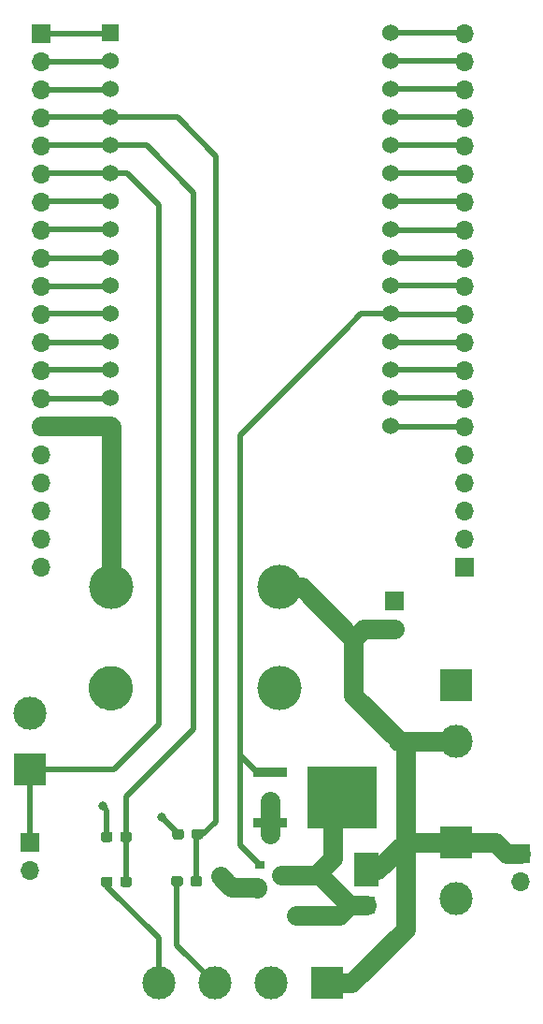
<source format=gbr>
%TF.GenerationSoftware,KiCad,Pcbnew,(5.1.6)-1*%
%TF.CreationDate,2021-01-28T02:18:38-06:00*%
%TF.ProjectId,tool_checkout_cabinet_modules,746f6f6c-5f63-4686-9563-6b6f75745f63,rev?*%
%TF.SameCoordinates,Original*%
%TF.FileFunction,Copper,L1,Top*%
%TF.FilePolarity,Positive*%
%FSLAX46Y46*%
G04 Gerber Fmt 4.6, Leading zero omitted, Abs format (unit mm)*
G04 Created by KiCad (PCBNEW (5.1.6)-1) date 2021-01-28 02:18:38*
%MOMM*%
%LPD*%
G01*
G04 APERTURE LIST*
%TA.AperFunction,ComponentPad*%
%ADD10O,1.700000X1.700000*%
%TD*%
%TA.AperFunction,ComponentPad*%
%ADD11R,1.700000X1.700000*%
%TD*%
%TA.AperFunction,SMDPad,CuDef*%
%ADD12R,6.320000X5.670000*%
%TD*%
%TA.AperFunction,SMDPad,CuDef*%
%ADD13R,3.020000X0.970000*%
%TD*%
%TA.AperFunction,ComponentPad*%
%ADD14C,4.000000*%
%TD*%
%TA.AperFunction,ComponentPad*%
%ADD15C,0.100000*%
%TD*%
%TA.AperFunction,ComponentPad*%
%ADD16C,1.524000*%
%TD*%
%TA.AperFunction,ComponentPad*%
%ADD17R,1.524000X1.524000*%
%TD*%
%TA.AperFunction,SMDPad,CuDef*%
%ADD18R,1.520000X1.500000*%
%TD*%
%TA.AperFunction,SMDPad,CuDef*%
%ADD19R,2.200000X3.100000*%
%TD*%
%TA.AperFunction,ComponentPad*%
%ADD20C,3.000000*%
%TD*%
%TA.AperFunction,ComponentPad*%
%ADD21R,3.000000X3.000000*%
%TD*%
%TA.AperFunction,SMDPad,CuDef*%
%ADD22R,0.900000X0.800000*%
%TD*%
%TA.AperFunction,ViaPad*%
%ADD23C,0.800000*%
%TD*%
%TA.AperFunction,Conductor*%
%ADD24C,1.800000*%
%TD*%
%TA.AperFunction,Conductor*%
%ADD25C,0.250000*%
%TD*%
%TA.AperFunction,Conductor*%
%ADD26C,0.500000*%
%TD*%
G04 APERTURE END LIST*
D10*
%TO.P,J6-ALT,2*%
%TO.N,Net-(D1-Pad2)*%
X212598000Y-132588000D03*
D11*
%TO.P,J6-ALT,1*%
%TO.N,J6-12v*%
X212598000Y-130048000D03*
%TD*%
D10*
%TO.P,J1-ALT,2*%
%TO.N,J6-12v*%
X201168000Y-109728000D03*
D11*
%TO.P,J1-ALT,1*%
%TO.N,GND*%
X201168000Y-107188000D03*
%TD*%
D10*
%TO.P,J5-ALT,2*%
%TO.N,GND*%
X168148000Y-131572000D03*
D11*
%TO.P,J5-ALT,1*%
%TO.N,IO32*%
X168148000Y-129032000D03*
%TD*%
D12*
%TO.P,Q2,4*%
%TO.N,Net-(D1-Pad2)*%
X196496000Y-124968000D03*
D13*
%TO.P,Q2,3*%
%TO.N,GND*%
X189966000Y-127254000D03*
%TO.P,Q2,1*%
%TO.N,IO4*%
X189966000Y-122682000D03*
%TD*%
D14*
%TO.P,A1,2*%
%TO.N,GND*%
X190754000Y-115062000D03*
%TO.P,A1,1*%
%TO.N,J6-12v*%
X190754000Y-105918000D03*
%TA.AperFunction,ComponentPad*%
D15*
%TO.P,A1,4*%
%TO.N,GND*%
G36*
X175220539Y-117040353D02*
G01*
X175028040Y-117002063D01*
X174840220Y-116945088D01*
X174658890Y-116869979D01*
X174485795Y-116777457D01*
X174322601Y-116668415D01*
X174170882Y-116543902D01*
X174032098Y-116405118D01*
X173907585Y-116253399D01*
X173798543Y-116090205D01*
X173706021Y-115917110D01*
X173630912Y-115735780D01*
X173573937Y-115547960D01*
X173535647Y-115355461D01*
X173516409Y-115160135D01*
X173516409Y-114963865D01*
X173535647Y-114768539D01*
X173573937Y-114576040D01*
X173630912Y-114388220D01*
X173706021Y-114206890D01*
X173798543Y-114033795D01*
X173907585Y-113870601D01*
X174032098Y-113718882D01*
X174170882Y-113580098D01*
X174322601Y-113455585D01*
X174485795Y-113346543D01*
X174658890Y-113254021D01*
X174840220Y-113178912D01*
X175028040Y-113121937D01*
X175220539Y-113083647D01*
X175415865Y-113064409D01*
X175612135Y-113064409D01*
X175807461Y-113083647D01*
X175999960Y-113121937D01*
X176187780Y-113178912D01*
X176369110Y-113254021D01*
X176542205Y-113346543D01*
X176705399Y-113455585D01*
X176857118Y-113580098D01*
X176995902Y-113718882D01*
X177120415Y-113870601D01*
X177229457Y-114033795D01*
X177321979Y-114206890D01*
X177397088Y-114388220D01*
X177454063Y-114576040D01*
X177492353Y-114768539D01*
X177511591Y-114963865D01*
X177511591Y-115160135D01*
X177492353Y-115355461D01*
X177454063Y-115547960D01*
X177397088Y-115735780D01*
X177321979Y-115917110D01*
X177229457Y-116090205D01*
X177120415Y-116253399D01*
X176995902Y-116405118D01*
X176857118Y-116543902D01*
X176705399Y-116668415D01*
X176542205Y-116777457D01*
X176369110Y-116869979D01*
X176187780Y-116945088D01*
X175999960Y-117002063D01*
X175807461Y-117040353D01*
X175612135Y-117059591D01*
X175415865Y-117059591D01*
X175220539Y-117040353D01*
G37*
%TD.AperFunction*%
D14*
%TO.P,A1,3*%
%TO.N,+5V*%
X175514000Y-105918000D03*
%TD*%
D16*
%TO.P,U1,30*%
%TO.N,Net-(J4-Pad20)*%
X200898000Y-55810000D03*
%TO.P,U1,29*%
%TO.N,Net-(J4-Pad19)*%
X200898000Y-58350000D03*
%TO.P,U1,28*%
%TO.N,Net-(J4-Pad18)*%
X200898000Y-60890000D03*
%TO.P,U1,27*%
%TO.N,Net-(J4-Pad17)*%
X200898000Y-63430000D03*
%TO.P,U1,26*%
%TO.N,Net-(J4-Pad16)*%
X200898000Y-65970000D03*
%TO.P,U1,25*%
%TO.N,Net-(J4-Pad15)*%
X200898000Y-68510000D03*
%TO.P,U1,24*%
%TO.N,Net-(J4-Pad14)*%
X200898000Y-71050000D03*
%TO.P,U1,23*%
%TO.N,Net-(J4-Pad13)*%
X200898000Y-73590000D03*
%TO.P,U1,22*%
%TO.N,Net-(J4-Pad12)*%
X200898000Y-76130000D03*
%TO.P,U1,21*%
%TO.N,Net-(J4-Pad11)*%
X200898000Y-78670000D03*
%TO.P,U1,20*%
%TO.N,IO4*%
X200898000Y-81210000D03*
%TO.P,U1,19*%
%TO.N,Net-(J4-Pad9)*%
X200898000Y-83750000D03*
%TO.P,U1,18*%
%TO.N,Net-(J4-Pad8)*%
X200898000Y-86290000D03*
%TO.P,U1,17*%
%TO.N,GND*%
X200898000Y-88830000D03*
%TO.P,U1,16*%
%TO.N,Net-(J4-Pad6)*%
X200898000Y-91370000D03*
%TO.P,U1,15*%
%TO.N,+5V*%
X175498000Y-91370000D03*
%TO.P,U1,14*%
%TO.N,GND*%
X175498000Y-88830000D03*
%TO.P,U1,13*%
%TO.N,Net-(J3-Pad13)*%
X175498000Y-86290000D03*
%TO.P,U1,12*%
%TO.N,Net-(J3-Pad12)*%
X175498000Y-83750000D03*
%TO.P,U1,11*%
%TO.N,Net-(J3-Pad11)*%
X175498000Y-81210000D03*
%TO.P,U1,10*%
%TO.N,Net-(J3-Pad10)*%
X175498000Y-78670000D03*
%TO.P,U1,9*%
%TO.N,Net-(J3-Pad9)*%
X175498000Y-76130000D03*
%TO.P,U1,8*%
%TO.N,Net-(J3-Pad8)*%
X175498000Y-73590000D03*
%TO.P,U1,7*%
%TO.N,Net-(J3-Pad7)*%
X175498000Y-71050000D03*
%TO.P,U1,6*%
%TO.N,IO32*%
X175498000Y-68510000D03*
%TO.P,U1,5*%
%TO.N,IO35*%
X175498000Y-65970000D03*
%TO.P,U1,4*%
%TO.N,IO34*%
X175498000Y-63430000D03*
%TO.P,U1,3*%
%TO.N,Net-(J3-Pad3)*%
X175498000Y-60890000D03*
%TO.P,U1,2*%
%TO.N,Net-(J3-Pad2)*%
X175498000Y-58350000D03*
D17*
%TO.P,U1,1*%
%TO.N,Net-(J3-Pad1)*%
X175498000Y-55810000D03*
%TD*%
D18*
%TO.P,D1,2*%
%TO.N,Net-(D1-Pad2)*%
X198628000Y-134713000D03*
D19*
%TO.P,D1,1*%
%TO.N,J6-12v*%
X198628000Y-131493000D03*
%TD*%
D20*
%TO.P,J1,2*%
%TO.N,J6-12v*%
X206756000Y-119888000D03*
D21*
%TO.P,J1,1*%
%TO.N,GND*%
X206756000Y-114808000D03*
%TD*%
D20*
%TO.P,J2,4*%
%TO.N,Net-(J2-Pad4)*%
X179832000Y-141732000D03*
D21*
%TO.P,J2,1*%
%TO.N,J6-12v*%
X195072000Y-141732000D03*
D20*
%TO.P,J2,3*%
%TO.N,Net-(J2-Pad3)*%
X184912000Y-141732000D03*
%TO.P,J2,2*%
%TO.N,GND*%
X189992000Y-141732000D03*
%TD*%
D10*
%TO.P,J3,20*%
%TO.N,Net-(J3-Pad20)*%
X169164000Y-104140000D03*
%TO.P,J3,19*%
%TO.N,Net-(J3-Pad19)*%
X169164000Y-101600000D03*
%TO.P,J3,18*%
%TO.N,Net-(J3-Pad18)*%
X169164000Y-99060000D03*
%TO.P,J3,17*%
%TO.N,Net-(J3-Pad17)*%
X169164000Y-96520000D03*
%TO.P,J3,16*%
%TO.N,Net-(J3-Pad16)*%
X169164000Y-93980000D03*
%TO.P,J3,15*%
%TO.N,+5V*%
X169164000Y-91440000D03*
%TO.P,J3,14*%
%TO.N,GND*%
X169164000Y-88900000D03*
%TO.P,J3,13*%
%TO.N,Net-(J3-Pad13)*%
X169164000Y-86360000D03*
%TO.P,J3,12*%
%TO.N,Net-(J3-Pad12)*%
X169164000Y-83820000D03*
%TO.P,J3,11*%
%TO.N,Net-(J3-Pad11)*%
X169164000Y-81280000D03*
%TO.P,J3,10*%
%TO.N,Net-(J3-Pad10)*%
X169164000Y-78740000D03*
%TO.P,J3,9*%
%TO.N,Net-(J3-Pad9)*%
X169164000Y-76200000D03*
%TO.P,J3,8*%
%TO.N,Net-(J3-Pad8)*%
X169164000Y-73660000D03*
%TO.P,J3,7*%
%TO.N,Net-(J3-Pad7)*%
X169164000Y-71120000D03*
%TO.P,J3,6*%
%TO.N,IO32*%
X169164000Y-68580000D03*
%TO.P,J3,5*%
%TO.N,IO35*%
X169164000Y-66040000D03*
%TO.P,J3,4*%
%TO.N,IO34*%
X169164000Y-63500000D03*
%TO.P,J3,3*%
%TO.N,Net-(J3-Pad3)*%
X169164000Y-60960000D03*
%TO.P,J3,2*%
%TO.N,Net-(J3-Pad2)*%
X169164000Y-58420000D03*
D11*
%TO.P,J3,1*%
%TO.N,Net-(J3-Pad1)*%
X169164000Y-55880000D03*
%TD*%
D10*
%TO.P,J4,20*%
%TO.N,Net-(J4-Pad20)*%
X207518000Y-55880000D03*
%TO.P,J4,19*%
%TO.N,Net-(J4-Pad19)*%
X207518000Y-58420000D03*
%TO.P,J4,18*%
%TO.N,Net-(J4-Pad18)*%
X207518000Y-60960000D03*
%TO.P,J4,17*%
%TO.N,Net-(J4-Pad17)*%
X207518000Y-63500000D03*
%TO.P,J4,16*%
%TO.N,Net-(J4-Pad16)*%
X207518000Y-66040000D03*
%TO.P,J4,15*%
%TO.N,Net-(J4-Pad15)*%
X207518000Y-68580000D03*
%TO.P,J4,14*%
%TO.N,Net-(J4-Pad14)*%
X207518000Y-71120000D03*
%TO.P,J4,13*%
%TO.N,Net-(J4-Pad13)*%
X207518000Y-73660000D03*
%TO.P,J4,12*%
%TO.N,Net-(J4-Pad12)*%
X207518000Y-76200000D03*
%TO.P,J4,11*%
%TO.N,Net-(J4-Pad11)*%
X207518000Y-78740000D03*
%TO.P,J4,10*%
%TO.N,IO4*%
X207518000Y-81280000D03*
%TO.P,J4,9*%
%TO.N,Net-(J4-Pad9)*%
X207518000Y-83820000D03*
%TO.P,J4,8*%
%TO.N,Net-(J4-Pad8)*%
X207518000Y-86360000D03*
%TO.P,J4,7*%
%TO.N,GND*%
X207518000Y-88900000D03*
%TO.P,J4,6*%
%TO.N,Net-(J4-Pad6)*%
X207518000Y-91440000D03*
%TO.P,J4,5*%
%TO.N,Net-(J4-Pad5)*%
X207518000Y-93980000D03*
%TO.P,J4,4*%
%TO.N,Net-(J4-Pad4)*%
X207518000Y-96520000D03*
%TO.P,J4,3*%
%TO.N,Net-(J4-Pad3)*%
X207518000Y-99060000D03*
%TO.P,J4,2*%
%TO.N,Net-(J4-Pad2)*%
X207518000Y-101600000D03*
D11*
%TO.P,J4,1*%
%TO.N,Net-(J4-Pad1)*%
X207518000Y-104140000D03*
%TD*%
D20*
%TO.P,J5,2*%
%TO.N,GND*%
X168148000Y-117348000D03*
D21*
%TO.P,J5,1*%
%TO.N,IO32*%
X168148000Y-122428000D03*
%TD*%
D20*
%TO.P,J6,2*%
%TO.N,Net-(D1-Pad2)*%
X206756000Y-134112000D03*
D21*
%TO.P,J6,1*%
%TO.N,J6-12v*%
X206756000Y-129032000D03*
%TD*%
D22*
%TO.P,Q1,3*%
%TO.N,Net-(D1-Pad2)*%
X190976000Y-132014000D03*
%TO.P,Q1,2*%
%TO.N,GND*%
X188976000Y-132964000D03*
%TO.P,Q1,1*%
%TO.N,IO4*%
X188976000Y-131064000D03*
%TD*%
%TO.P,R1,2*%
%TO.N,IO35*%
%TA.AperFunction,SMDPad,CuDef*%
G36*
G01*
X176372000Y-128761500D02*
X176372000Y-128286500D01*
G75*
G02*
X176609500Y-128049000I237500J0D01*
G01*
X177184500Y-128049000D01*
G75*
G02*
X177422000Y-128286500I0J-237500D01*
G01*
X177422000Y-128761500D01*
G75*
G02*
X177184500Y-128999000I-237500J0D01*
G01*
X176609500Y-128999000D01*
G75*
G02*
X176372000Y-128761500I0J237500D01*
G01*
G37*
%TD.AperFunction*%
%TO.P,R1,1*%
%TO.N,GND*%
%TA.AperFunction,SMDPad,CuDef*%
G36*
G01*
X174622000Y-128761500D02*
X174622000Y-128286500D01*
G75*
G02*
X174859500Y-128049000I237500J0D01*
G01*
X175434500Y-128049000D01*
G75*
G02*
X175672000Y-128286500I0J-237500D01*
G01*
X175672000Y-128761500D01*
G75*
G02*
X175434500Y-128999000I-237500J0D01*
G01*
X174859500Y-128999000D01*
G75*
G02*
X174622000Y-128761500I0J237500D01*
G01*
G37*
%TD.AperFunction*%
%TD*%
%TO.P,R2,1*%
%TO.N,IO35*%
%TA.AperFunction,SMDPad,CuDef*%
G36*
G01*
X177422000Y-132350500D02*
X177422000Y-132825500D01*
G75*
G02*
X177184500Y-133063000I-237500J0D01*
G01*
X176609500Y-133063000D01*
G75*
G02*
X176372000Y-132825500I0J237500D01*
G01*
X176372000Y-132350500D01*
G75*
G02*
X176609500Y-132113000I237500J0D01*
G01*
X177184500Y-132113000D01*
G75*
G02*
X177422000Y-132350500I0J-237500D01*
G01*
G37*
%TD.AperFunction*%
%TO.P,R2,2*%
%TO.N,Net-(J2-Pad4)*%
%TA.AperFunction,SMDPad,CuDef*%
G36*
G01*
X175672000Y-132350500D02*
X175672000Y-132825500D01*
G75*
G02*
X175434500Y-133063000I-237500J0D01*
G01*
X174859500Y-133063000D01*
G75*
G02*
X174622000Y-132825500I0J237500D01*
G01*
X174622000Y-132350500D01*
G75*
G02*
X174859500Y-132113000I237500J0D01*
G01*
X175434500Y-132113000D01*
G75*
G02*
X175672000Y-132350500I0J-237500D01*
G01*
G37*
%TD.AperFunction*%
%TD*%
%TO.P,R3,2*%
%TO.N,IO34*%
%TA.AperFunction,SMDPad,CuDef*%
G36*
G01*
X182835000Y-128507500D02*
X182835000Y-128032500D01*
G75*
G02*
X183072500Y-127795000I237500J0D01*
G01*
X183647500Y-127795000D01*
G75*
G02*
X183885000Y-128032500I0J-237500D01*
G01*
X183885000Y-128507500D01*
G75*
G02*
X183647500Y-128745000I-237500J0D01*
G01*
X183072500Y-128745000D01*
G75*
G02*
X182835000Y-128507500I0J237500D01*
G01*
G37*
%TD.AperFunction*%
%TO.P,R3,1*%
%TO.N,GND*%
%TA.AperFunction,SMDPad,CuDef*%
G36*
G01*
X181085000Y-128507500D02*
X181085000Y-128032500D01*
G75*
G02*
X181322500Y-127795000I237500J0D01*
G01*
X181897500Y-127795000D01*
G75*
G02*
X182135000Y-128032500I0J-237500D01*
G01*
X182135000Y-128507500D01*
G75*
G02*
X181897500Y-128745000I-237500J0D01*
G01*
X181322500Y-128745000D01*
G75*
G02*
X181085000Y-128507500I0J237500D01*
G01*
G37*
%TD.AperFunction*%
%TD*%
%TO.P,R4,2*%
%TO.N,Net-(J2-Pad3)*%
%TA.AperFunction,SMDPad,CuDef*%
G36*
G01*
X182037000Y-132286500D02*
X182037000Y-132761500D01*
G75*
G02*
X181799500Y-132999000I-237500J0D01*
G01*
X181224500Y-132999000D01*
G75*
G02*
X180987000Y-132761500I0J237500D01*
G01*
X180987000Y-132286500D01*
G75*
G02*
X181224500Y-132049000I237500J0D01*
G01*
X181799500Y-132049000D01*
G75*
G02*
X182037000Y-132286500I0J-237500D01*
G01*
G37*
%TD.AperFunction*%
%TO.P,R4,1*%
%TO.N,IO34*%
%TA.AperFunction,SMDPad,CuDef*%
G36*
G01*
X183787000Y-132286500D02*
X183787000Y-132761500D01*
G75*
G02*
X183549500Y-132999000I-237500J0D01*
G01*
X182974500Y-132999000D01*
G75*
G02*
X182737000Y-132761500I0J237500D01*
G01*
X182737000Y-132286500D01*
G75*
G02*
X182974500Y-132049000I237500J0D01*
G01*
X183549500Y-132049000D01*
G75*
G02*
X183787000Y-132286500I0J-237500D01*
G01*
G37*
%TD.AperFunction*%
%TD*%
D23*
%TO.N,GND*%
X180086000Y-126746000D03*
X174752000Y-125730000D03*
X187198000Y-133096000D03*
X189992000Y-125730000D03*
X186055000Y-132715000D03*
X185293000Y-131953000D03*
X189966000Y-128244000D03*
%TO.N,Net-(D1-Pad2)*%
X194310000Y-135636000D03*
X195326000Y-135636000D03*
X193294000Y-135636000D03*
X192278000Y-135636000D03*
%TD*%
D24*
%TO.N,J6-12v*%
X192786000Y-105918000D02*
X190754000Y-105918000D01*
X206756000Y-119888000D02*
X201676000Y-119888000D01*
X197485000Y-115697000D02*
X197485000Y-110617000D01*
X201676000Y-119888000D02*
X197485000Y-115697000D01*
X197485000Y-110617000D02*
X192786000Y-105918000D01*
X201676000Y-119888000D02*
X201576000Y-119888000D01*
X198628000Y-131493000D02*
X199723000Y-131493000D01*
X202184000Y-129032000D02*
X206756000Y-129032000D01*
X199723000Y-131493000D02*
X202184000Y-129032000D01*
X202184000Y-129032000D02*
X202184000Y-124460000D01*
X202184000Y-136850002D02*
X202184000Y-129032000D01*
X195072000Y-141732000D02*
X197302002Y-141732000D01*
X197302002Y-141732000D02*
X202184000Y-136850002D01*
X202184000Y-120396000D02*
X201676000Y-119888000D01*
X202184000Y-124460000D02*
X202184000Y-120396000D01*
X198374000Y-109728000D02*
X197485000Y-110617000D01*
X201168000Y-109728000D02*
X198374000Y-109728000D01*
X206756000Y-129032000D02*
X210312000Y-129032000D01*
X211328000Y-130048000D02*
X210312000Y-129032000D01*
X212598000Y-130048000D02*
X211328000Y-130048000D01*
D25*
%TO.N,GND*%
X175428000Y-88900000D02*
X175498000Y-88830000D01*
D26*
X169164000Y-88900000D02*
X175428000Y-88900000D01*
X175147000Y-126125000D02*
X174752000Y-125730000D01*
X175147000Y-128524000D02*
X175147000Y-126125000D01*
X181610000Y-128270000D02*
X180086000Y-126746000D01*
X189966000Y-125248000D02*
X189992000Y-125222000D01*
D24*
X189966000Y-127254000D02*
X189966000Y-125248000D01*
X188734584Y-133096000D02*
X188789292Y-133150708D01*
X187198000Y-133096000D02*
X188734584Y-133096000D01*
X187198000Y-133096000D02*
X186436000Y-133096000D01*
X186436000Y-133096000D02*
X186055000Y-132715000D01*
X186055000Y-132715000D02*
X185420000Y-132080000D01*
X189966000Y-127254000D02*
X189966000Y-128244000D01*
X189966000Y-128244000D02*
X189966000Y-128244000D01*
D26*
X207448000Y-88830000D02*
X207518000Y-88900000D01*
X200898000Y-88830000D02*
X207448000Y-88830000D01*
D24*
%TO.N,+5V*%
X175514000Y-91386000D02*
X175498000Y-91370000D01*
X175514000Y-105918000D02*
X175514000Y-91386000D01*
D25*
X169234000Y-91370000D02*
X169164000Y-91440000D01*
D24*
X175498000Y-91370000D02*
X169234000Y-91370000D01*
D25*
%TO.N,Net-(J3-Pad13)*%
X169234000Y-86290000D02*
X169164000Y-86360000D01*
D26*
X175498000Y-86290000D02*
X169234000Y-86290000D01*
D25*
%TO.N,Net-(J3-Pad12)*%
X175428000Y-83820000D02*
X175498000Y-83750000D01*
D26*
X169164000Y-83820000D02*
X175428000Y-83820000D01*
D25*
%TO.N,Net-(J3-Pad11)*%
X169234000Y-81210000D02*
X169164000Y-81280000D01*
D26*
X175498000Y-81210000D02*
X169234000Y-81210000D01*
D25*
%TO.N,Net-(J3-Pad10)*%
X175428000Y-78740000D02*
X175498000Y-78670000D01*
D26*
X169164000Y-78740000D02*
X175428000Y-78740000D01*
D25*
%TO.N,Net-(J3-Pad9)*%
X175428000Y-76200000D02*
X175498000Y-76130000D01*
D26*
X169164000Y-76200000D02*
X175428000Y-76200000D01*
D25*
%TO.N,Net-(J3-Pad8)*%
X169234000Y-73590000D02*
X169164000Y-73660000D01*
D26*
X175498000Y-73590000D02*
X169234000Y-73590000D01*
D25*
%TO.N,Net-(J3-Pad7)*%
X169234000Y-71050000D02*
X169164000Y-71120000D01*
D26*
X175498000Y-71050000D02*
X169234000Y-71050000D01*
D25*
%TO.N,Net-(J3-Pad3)*%
X175428000Y-60960000D02*
X175498000Y-60890000D01*
D26*
X169164000Y-60960000D02*
X175428000Y-60960000D01*
D25*
%TO.N,Net-(J3-Pad2)*%
X175428000Y-58420000D02*
X175498000Y-58350000D01*
D26*
X169164000Y-58420000D02*
X175428000Y-58420000D01*
%TO.N,Net-(J4-Pad6)*%
X200968000Y-91440000D02*
X200898000Y-91370000D01*
X207518000Y-91440000D02*
X200968000Y-91440000D01*
%TO.N,Net-(J4-Pad8)*%
X207448000Y-86290000D02*
X207518000Y-86360000D01*
X200898000Y-86290000D02*
X207448000Y-86290000D01*
%TO.N,Net-(J4-Pad9)*%
X200968000Y-83820000D02*
X200898000Y-83750000D01*
X207518000Y-83820000D02*
X200968000Y-83820000D01*
%TO.N,Net-(J4-Pad11)*%
X207448000Y-78670000D02*
X207518000Y-78740000D01*
X200898000Y-78670000D02*
X207448000Y-78670000D01*
%TO.N,Net-(J4-Pad12)*%
X200968000Y-76200000D02*
X200898000Y-76130000D01*
X207518000Y-76200000D02*
X200968000Y-76200000D01*
%TO.N,Net-(J4-Pad13)*%
X200968000Y-73660000D02*
X200898000Y-73590000D01*
X207518000Y-73660000D02*
X200968000Y-73660000D01*
%TO.N,Net-(J4-Pad15)*%
X207448000Y-68510000D02*
X207518000Y-68580000D01*
X200898000Y-68510000D02*
X207448000Y-68510000D01*
%TO.N,Net-(J4-Pad16)*%
X207448000Y-65970000D02*
X207518000Y-66040000D01*
X200898000Y-65970000D02*
X207448000Y-65970000D01*
%TO.N,Net-(J4-Pad17)*%
X207448000Y-63430000D02*
X207518000Y-63500000D01*
X200898000Y-63430000D02*
X207448000Y-63430000D01*
%TO.N,Net-(J4-Pad18)*%
X207448000Y-60890000D02*
X207518000Y-60960000D01*
X200898000Y-60890000D02*
X207448000Y-60890000D01*
%TO.N,Net-(J4-Pad19)*%
X207448000Y-58350000D02*
X207518000Y-58420000D01*
X200898000Y-58350000D02*
X207448000Y-58350000D01*
%TO.N,IO32*%
X169234000Y-68510000D02*
X169164000Y-68580000D01*
X175498000Y-68510000D02*
X169234000Y-68510000D01*
X168148000Y-122428000D02*
X169898000Y-122428000D01*
X179832000Y-71374000D02*
X176968000Y-68510000D01*
X179832000Y-118364000D02*
X179832000Y-71374000D01*
X176968000Y-68510000D02*
X175498000Y-68510000D01*
X168148000Y-122428000D02*
X175768000Y-122428000D01*
X175768000Y-122428000D02*
X179832000Y-118364000D01*
X168148000Y-122428000D02*
X168148000Y-129032000D01*
%TO.N,IO4*%
X200968000Y-81280000D02*
X200898000Y-81210000D01*
X207518000Y-81280000D02*
X200968000Y-81280000D01*
X200898000Y-81210000D02*
X198190000Y-81210000D01*
X196596000Y-82804000D02*
X195580000Y-83820000D01*
X198190000Y-81210000D02*
X196596000Y-82804000D01*
X188976000Y-131064000D02*
X187198000Y-129286000D01*
X189966000Y-122682000D02*
X188722000Y-122682000D01*
X187198000Y-129286000D02*
X187198000Y-121158000D01*
X188722000Y-122682000D02*
X187198000Y-121158000D01*
X187198000Y-92202000D02*
X190500000Y-88900000D01*
X187198000Y-104648000D02*
X187198000Y-92202000D01*
X187198000Y-121158000D02*
X187198000Y-104648000D01*
X187198000Y-104648000D02*
X187198000Y-104394000D01*
X189178990Y-90221010D02*
X190500000Y-88900000D01*
X190500000Y-88900000D02*
X196596000Y-82804000D01*
%TO.N,IO35*%
X169234000Y-65970000D02*
X169164000Y-66040000D01*
X175498000Y-65970000D02*
X169234000Y-65970000D01*
X176897000Y-128589486D02*
X176897000Y-128524000D01*
X178746000Y-65970000D02*
X175498000Y-65970000D01*
X176897000Y-132588000D02*
X176897000Y-128524000D01*
X176897000Y-128524000D02*
X176897000Y-124855000D01*
X183007000Y-118745000D02*
X183007000Y-70231000D01*
X176897000Y-124855000D02*
X183007000Y-118745000D01*
X183007000Y-70231000D02*
X178746000Y-65970000D01*
%TO.N,IO34*%
X169234000Y-63430000D02*
X169164000Y-63500000D01*
X175498000Y-63430000D02*
X169234000Y-63430000D01*
X183262000Y-128368000D02*
X183360000Y-128270000D01*
X181540000Y-63430000D02*
X175498000Y-63430000D01*
X183262000Y-132524000D02*
X183262000Y-128368000D01*
X185039000Y-127116000D02*
X185039000Y-66929000D01*
X183885000Y-128270000D02*
X185039000Y-127116000D01*
X183360000Y-128270000D02*
X183885000Y-128270000D01*
X185039000Y-66929000D02*
X181540000Y-63430000D01*
D25*
%TO.N,Net-(J3-Pad1)*%
X175428000Y-55880000D02*
X175498000Y-55810000D01*
D26*
X169164000Y-55880000D02*
X175428000Y-55880000D01*
%TO.N,Net-(J4-Pad20)*%
X207448000Y-55810000D02*
X207518000Y-55880000D01*
X200898000Y-55810000D02*
X207448000Y-55810000D01*
%TO.N,Net-(J4-Pad14)*%
X207448000Y-71050000D02*
X207518000Y-71120000D01*
X200898000Y-71050000D02*
X207448000Y-71050000D01*
%TO.N,Net-(J2-Pad4)*%
X179832000Y-137635000D02*
X179832000Y-141732000D01*
X175260000Y-132588000D02*
X175260000Y-133063000D01*
X175147000Y-132950000D02*
X175147000Y-132588000D01*
X179832000Y-137635000D02*
X175147000Y-132950000D01*
%TO.N,Net-(J2-Pad3)*%
X181512000Y-138332000D02*
X181512000Y-132524000D01*
X184912000Y-141732000D02*
X181512000Y-138332000D01*
D24*
%TO.N,Net-(D1-Pad2)*%
X196496000Y-124968000D02*
X196496000Y-126494000D01*
X194066002Y-132014000D02*
X190976000Y-132014000D01*
X195652001Y-130428001D02*
X194066002Y-132014000D01*
X195652001Y-126727999D02*
X195652001Y-130428001D01*
X196496000Y-125884000D02*
X195652001Y-126727999D01*
X196496000Y-124968000D02*
X196496000Y-125884000D01*
X194442002Y-132014000D02*
X190976000Y-132014000D01*
X198628000Y-134713000D02*
X197141002Y-134713000D01*
X197141002Y-134713000D02*
X194442002Y-132014000D01*
X196218002Y-135636000D02*
X197141002Y-134713000D01*
X194310000Y-135636000D02*
X195580000Y-135636000D01*
X195580000Y-135636000D02*
X196218002Y-135636000D01*
X194310000Y-135636000D02*
X193294000Y-135636000D01*
X193294000Y-135636000D02*
X192278000Y-135636000D01*
X192278000Y-135636000D02*
X192278000Y-135636000D01*
%TD*%
M02*

</source>
